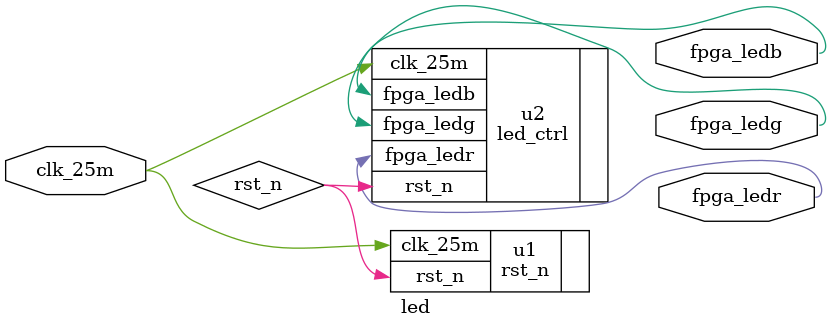
<source format=v>
/* 
 * --------------------
 * Company					: LUOYANG GINGKO TECHNOLOGY CO.,LTD.
 * BBS						: http://www.eeschool.org
 * --------------------
 * Project Name			: led
 * Module Name				: led
 * Description				: The codes of "led"
 * --------------------
 * Tool Versions			: Quartus II 13.1
 * Target Device			: Cyclone IV E  EP4CE15F23C8
 * --------------------
 * Engineer					: weicguodong
 * Revision					: V0.0
 * Created Date			: 2017-07-31
 * --------------------
 * Engineer					:
 * Revision					:
 * Modified Date			:
 * --------------------
 * 
 * --------------------
 */

//--------------------Timescale------------------------------//
`timescale 1 ns / 1 ps
//--------------------module_led-----------------------------//
module led(
	input clk_25m,
	output fpga_ledr,
	output fpga_ledg,
	output fpga_ledb
	);

//--------------------wire----------------------------------//
	wire rst_n;
//--------------------rst_n----------------------------------//
/*全局复位信号*/
	rst_n u1(
		.clk_25m(clk_25m),
		.rst_n(rst_n)	
	);
//--------------------led_ctrl----------------------------------//
/*led控制器*/
	led_ctrl u2(
		.clk_25m(clk_25m),
		.rst_n(rst_n),
		.fpga_ledr(fpga_ledr),
		.fpga_ledg(fpga_ledg),
		.fpga_ledb(fpga_ledb)
	);
//--------------------endmoudle------------------------------//	
endmodule

</source>
